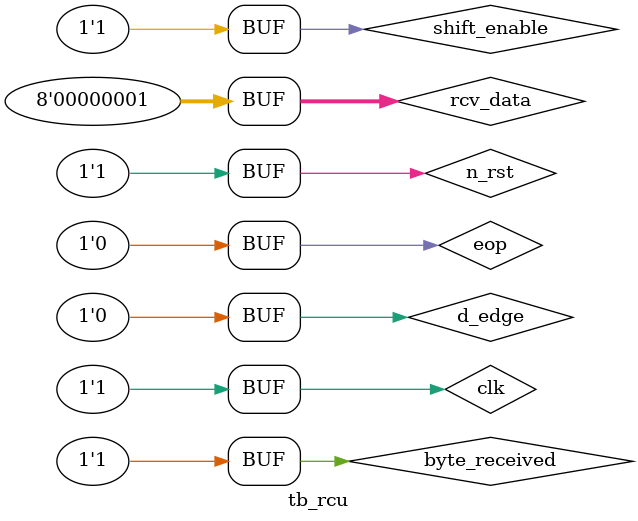
<source format=sv>
`timescale 1ns / 10 ps
module tb_rcu
();
	reg clk = 1;
	reg n_rst;
	reg d_edge;
	reg eop;
	reg shift_enable;
	reg [7:0] rcv_data;
	reg byte_received;
	reg rcving;
	reg w_enable;
	reg r_error;

	//Clock
	always
	begin
		#5 clk = 0;
		#5 clk = 1;
	end

	initial
	begin
		rcv_data = 8'b00000000;
		d_edge = 0;
		byte_received = 0;
		shift_enable = 0;
		n_rst = 0;
		//everything is set to zero hopefully
		#10;
		//from idle to S_CAP
		n_rst = 1;
		d_edge = 1'b1;
		#10;
		//scap to schk
		d_edge = 0;
		rcv_data = 8'b00000001;
		byte_received = 1'b1;
		#10;
		//check if sync is bueno
		#10;
		byte_received = 1'b1;
		#10;
		#10;
		shift_enable = 1'b1;
		eop =1'b1;
		#10;//to wait3a
		#10;//to eop1
		eop = 1'b0;
		#10;
	end
rcu A0(.clk(clk),.n_rst(n_rst),.d_edge(d_edge),.eop(eop),.shift_enable(shift_enable),.rcv_data(rcv_data),.byte_received(byte_received),.rcving(rcving),.w_enable(w_enable),.r_error(r_error));

endmodule
	







	

</source>
